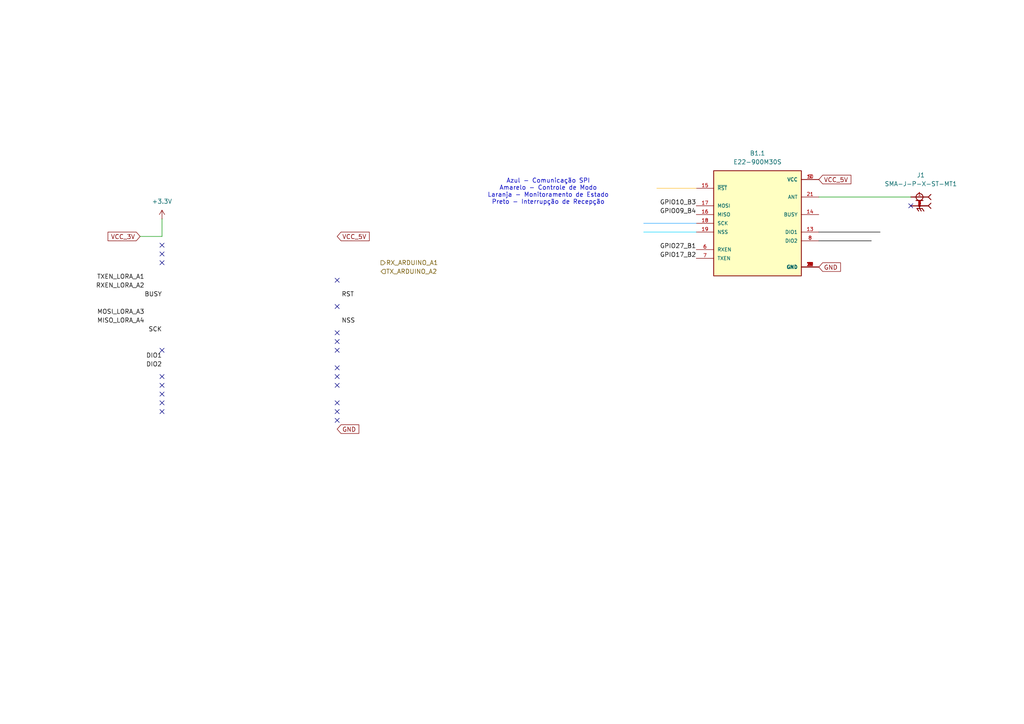
<source format=kicad_sch>
(kicad_sch (version 20250114) (generator "eeschema") (generator_version "9.0")
  (paper "A4")
  (lib_symbols
    (symbol "E22-900M30S_1" (pin_names (offset 1.016))
      (property "Reference" "U" (at -12.7 16.002 0))
      (property "Value" "E22-900M30S" (at -12.7 -17.78 0))
      (symbol "E22-900M30S_1_0_0"
        (rectangle (start -12.7 -15.24) (end 12.7 15.24) (stroke (width 0.254)) (fill (type background)))
        (pin input line (at -17.78 10.16 0) (length 5.08) (name "~{RST}") (number "15"))
        (pin input line (at -17.78 5.08 0) (length 5.08) (name "MOSI") (number "17"))
        (pin output line (at -17.78 2.54 0) (length 5.08) (name "MISO") (number "16"))
        (pin input line (at -17.78 0 0) (length 5.08) (name "SCK") (number "18"))
        (pin input line (at -17.78 -2.54 0) (length 5.08) (name "NSS") (number "19"))
        (pin input line (at -17.78 -7.62 0) (length 5.08) (name "RXEN") (number "6"))
        (pin input line (at -17.78 -10.16 0) (length 5.08) (name "TXEN") (number "7"))
        (pin power_in line (at 17.78 12.7 180) (length 5.08) (name "VCC") (number "10"))
        (pin power_in line (at 17.78 12.7 180) (length 5.08) (name "VCC") (number "9"))
        (pin output line (at 17.78 7.62 180) (length 5.08) (name "ANT") (number "21"))
        (pin output line (at 17.78 2.54 180) (length 5.08) (name "BUSY") (number "14"))
        (pin bidirectional line (at 17.78 -2.54 180) (length 5.08) (name "DIO1") (number "13"))
        (pin bidirectional line (at 17.78 -5.08 180) (length 5.08) (name "DIO2") (number "8"))
        (pin power_in line (at 17.78 -12.7 180) (length 5.08) (name "GND") (number "1"))
        (pin power_in line (at 17.78 -12.7 180) (length 5.08) (name "GND") (number "11"))
        (pin power_in line (at 17.78 -12.7 180) (length 5.08) (name "GND") (number "12"))
        (pin power_in line (at 17.78 -12.7 180) (length 5.08) (name "GND") (number "2"))
        (pin power_in line (at 17.78 -12.7 180) (length 5.08) (name "GND") (number "20"))
        (pin power_in line (at 17.78 -12.7 180) (length 5.08) (name "GND") (number "22"))
        (pin power_in line (at 17.78 -12.7 180) (length 5.08) (name "GND") (number "3"))
        (pin power_in line (at 17.78 -12.7 180) (length 5.08) (name "GND") (number "4"))
        (pin power_in line (at 17.78 -12.7 180) (length 5.08) (name "GND") (number "5"))
      )
    )
    (symbol "SMA-J-P-X-ST-MT1:SMA-J-P-X-ST-MT1" (pin_names (offset 1.016))
      (property "Reference" "J" (at -3.81 4.064 0))
      (property "Value" "SMA-J-P-X-ST-MT1" (at -4.064 -4.318 0))
      (symbol "SMA-J-P-X-ST-MT1_0_0"
        (polyline (pts (xy -3.302 3.302) (xy -2.54 2.54)) (stroke (width 0.254)))
        (polyline (pts (xy -3.302 1.778) (xy -2.54 2.54)) (stroke (width 0.254)))
        (polyline (pts (xy -3.302 0.762) (xy -2.54 0)) (stroke (width 0.254)))
        (polyline (pts (xy -3.302 -0.762) (xy -2.54 0)) (stroke (width 0.254)))
        (polyline (pts (xy -2.54 2.54) (xy 2.54 2.54)) (stroke (width 0.254)))
        (polyline (pts (xy -2.54 0) (xy 0 0)) (stroke (width 0.254)))
        (polyline (pts (xy -1.016 1.524) (xy 0 1.524)) (stroke (width 0.254)))
        (polyline (pts (xy -0.762 -0.762) (xy -1.27 -1.524)) (stroke (width 0.254)))
        (circle (center 0 2.54) (radius 1.016) (stroke (width 0.254)))
        (polyline (pts (xy 0 1.524) (xy 0 0)) (stroke (width 0.254)))
        (polyline (pts (xy 0 1.524) (xy 1.016 1.524)) (stroke (width 0.254)))
        (polyline (pts (xy 0 0) (xy -2.286 0)) (stroke (width 0.254)))
        (polyline (pts (xy 0 0) (xy 0 -0.762)) (stroke (width 0.254)))
        (circle (center 0 0) (radius 0.254) (stroke (width 0.254)))
        (polyline (pts (xy 0 -0.762) (xy -0.762 -0.762)) (stroke (width 0.254)))
        (polyline (pts (xy 0 -0.762) (xy -0.508 -1.524)) (stroke (width 0.254)))
        (polyline (pts (xy 0 -0.762) (xy 0.762 -0.762)) (stroke (width 0.254)))
        (polyline (pts (xy 0.762 -0.762) (xy 0.254 -1.524)) (stroke (width 0.254)))
        (polyline (pts (xy 2.54 0) (xy 0 0)) (stroke (width 0.254)))
        (pin passive line (at 2.54 2.54 180) (length 5.08) (name "~") (number "1"))
        (pin passive line (at 2.54 0 180) (length 5.08) (name "~") (number "2"))
        (pin passive line (at 2.54 0 180) (length 5.08) (name "~") (number "3"))
        (pin passive line (at 2.54 0 180) (length 5.08) (name "~") (number "4"))
        (pin passive line (at 2.54 0 180) (length 5.08) (name "~") (number "5"))
      )
    )
    (symbol "power:+3.3V" (power) (pin_numbers (hide yes)) (pin_names (offset 0) (hide yes))
      (property "Value" "+3.3V" (at 0 3.556 0))
      (symbol "+3.3V_0_1"
        (polyline (pts (xy -0.762 1.27) (xy 0 2.54)))
        (polyline (pts (xy 0 2.54) (xy 0.762 1.27)))
        (polyline (pts (xy 0 0) (xy 0 2.54)))
      )
      (symbol "+3.3V_1_1"
        (pin power_in line (at 0 0 90) (length 0) (name "~") (number "1"))
      )
    )
  )
  (text "Azul - Comunicação SPI\nAmarelo - Controle de Modo\nLaranja - Monitoramento de Estado\nPreto - Interrupção de Recepção" (at 159.004 55.626 0) (effects (font (size 1.27 1.27))))
  (no_connect (at 97.79 109.22))
  (no_connect (at 97.79 96.52))
  (no_connect (at 264.16 59.69))
  (no_connect (at 97.79 119.38))
  (no_connect (at 97.79 88.9))
  (no_connect (at 97.79 121.92))
  (no_connect (at 46.99 119.38))
  (no_connect (at 97.79 116.84))
  (no_connect (at 46.99 114.3))
  (no_connect (at 46.99 116.84))
  (no_connect (at 97.79 99.06))
  (no_connect (at 46.99 101.6))
  (no_connect (at 46.99 111.76))
  (no_connect (at 46.99 73.66))
  (no_connect (at 97.79 111.76))
  (no_connect (at 46.99 76.2))
  (no_connect (at 46.99 71.12))
  (no_connect (at 46.99 109.22))
  (no_connect (at 97.79 101.6))
  (no_connect (at 97.79 106.68))
  (no_connect (at 97.79 81.28))
  (wire (pts (xy 186.69 64.77) (xy 201.93 64.77)) (stroke (width 0) (color 45 168 255 1)))
  (wire (pts (xy 237.49 69.85) (xy 252.73 69.85)) (stroke (width 0) (color 0 0 0 1)))
  (wire (pts (xy 40.64 68.58) (xy 46.99 68.58)))
  (wire (pts (xy 255.27 67.31) (xy 237.49 67.31)) (stroke (width 0) (color 0 0 0 1)))
  (wire (pts (xy 186.69 67.31) (xy 201.93 67.31)) (stroke (width 0) (color 11 215 255 1)))
  (wire (pts (xy 190.5 54.61) (xy 201.93 54.61)) (stroke (width 0) (color 255 189 42 1)))
  (wire (pts (xy 237.49 57.15) (xy 264.16 57.15)))
  (wire (pts (xy 46.99 63.5) (xy 46.99 68.58)))
  (label "GPIO09_B4" (at 201.93 62.23 180))
  (label "NSS" (at 99.06 93.98 0))
  (label "DIO1" (at 46.99 104.14 180))
  (label "GPIO17_B2" (at 201.93 74.93 180))
  (label "GPIO27_B1" (at 201.93 72.39 180))
  (label "RXEN_LORA_A2" (at 41.91 83.82 180))
  (label "RST" (at 99.06 86.36 0))
  (label "GPIO10_B3" (at 201.93 59.69 180))
  (label "SCK" (at 46.99 96.52 180))
  (label "BUSY" (at 46.99 86.36 180))
  (label "TXEN_LORA_A1" (at 41.91 81.28 180))
  (label "DIO2" (at 46.99 106.68 180))
  (label "MOSI_LORA_A3" (at 41.91 91.44 180))
  (label "MISO_LORA_A4" (at 41.91 93.98 180))
  (global_label "GND" (shape input) (at 97.79 124.46 0) (property "Intersheetrefs" "${INTERSHEET_REFS}" (effects (hide yes))))
  (global_label "VCC_3V" (shape input) (at 40.64 68.58 180) (property "Intersheetrefs" "${INTERSHEET_REFS}" (effects (hide yes))))
  (global_label "GND" (shape input) (at 237.49 77.47 0) (property "Intersheetrefs" "${INTERSHEET_REFS}" (effects (hide yes))))
  (global_label "VCC_5V" (shape input) (at 97.79 68.58 0) (property "Intersheetrefs" "${INTERSHEET_REFS}" (effects (hide yes))))
  (global_label "VCC_5V" (shape input) (at 237.49 52.07 0) (property "Intersheetrefs" "${INTERSHEET_REFS}" (effects (hide yes))))
  (hierarchical_label "TX_ARDUINO_A2" (shape input) (at 110.49 78.74 0))
  (hierarchical_label "RX_ARDUINO_A1" (shape output) (at 110.49 76.2 0))
  (symbol (lib_name "E22-900M30S_1") (lib_id "E22-900M30S:E22-900M30S") (at 219.71 64.77 0) (unit 1)
    (property "Reference" "B1.1" (at 219.71 44.45 0))
    (property "Value" "E22-900M30S" (at 219.71 46.99 0))
    (property "Footprint" "Modulo_LORA:XCVR_E22-900M30S" (effects (hide yes)))
    (property "MF" "EBYTE" (effects (hide yes)))
    (property "MAXIMUM_PACKAGE_HEIGHT" "3.97 mm" (effects (hide yes)))
    (property "Package" "Package" (effects (hide yes)))
    (property "Price" "None" (effects (hide yes)))
    (property "Check_prices" "https://www.snapeda.com/parts/E22-900M30S/EBYTE/view-part/?ref=eda" (effects (hide yes)))
    (property "STANDARD" "Manufacturer Recommendations" (effects (hide yes)))
    (property "PARTREV" "1.2" (effects (hide yes)))
    (property "SnapEDA_Link" "https://www.snapeda.com/parts/E22-900M30S/EBYTE/view-part/?ref=snap" (effects (hide yes)))
    (property "MP" "E22-900M30S" (effects (hide yes)))
    (property "Description_1" "SX1262 868/915 MHz 1w SPI LoRa Module" (effects (hide yes)))
    (property "Availability" "Not in stock" (effects (hide yes)))
    (property "MANUFACTURER" "EBYTE" (effects (hide yes)))
  )
  (symbol (lib_id "power:+3.3V") (at 46.99 63.5 0) (unit 1)
    (property "Reference" "#PWR04" (effects (hide yes)))
    (property "Value" "+3.3V" (at 46.99 58.42 0))
    (property "Description" "Power symbol creates a global label with name \"+3.3V\"" (effects (hide yes)))
  )
  (symbol (lib_id "SMA-J-P-X-ST-MT1:SMA-J-P-X-ST-MT1") (at 266.7 59.69 0) (mirror y) (unit 1)
    (property "Reference" "J1" (at 267.081 50.8 0))
    (property "Value" "SMA-J-P-X-ST-MT1" (at 267.081 53.34 0))
    (property "Footprint" "Conector_Principal_Carro:SAMTEC_SMA-J-P-X-ST-MT1" (effects (hide yes)))
    (property "MF" "Samtec" (effects (hide yes)))
    (property "MAXIMUM_PACKAGE_HEIGHT" "8.08mm" (effects (hide yes)))
    (property "Package" "None" (effects (hide yes)))
    (property "Price" "None" (effects (hide yes)))
    (property "Check_prices" "https://www.snapeda.com/parts/SMA-J-P-H-ST-MT1/Samtec+Inc./view-part/?ref=eda" (effects (hide yes)))
    (property "STANDARD" "Manufacturer Recommendations" (effects (hide yes)))
    (property "PARTREV" "D" (effects (hide yes)))
    (property "SnapEDA_Link" "https://www.snapeda.com/parts/SMA-J-P-H-ST-MT1/Samtec+Inc./view-part/?ref=snap" (effects (hide yes)))
    (property "MP" "SMA-J-P-H-ST-MT1" (effects (hide yes)))
    (property "Description_1" "SMA Connector Jack, Female Socket 50 Ohms Surface Mount, Through Hole Solder" (effects (hide yes)))
    (property "Availability" "In Stock" (effects (hide yes)))
    (property "MANUFACTURER" "Samtec" (effects (hide yes)))
  )
)
</source>
